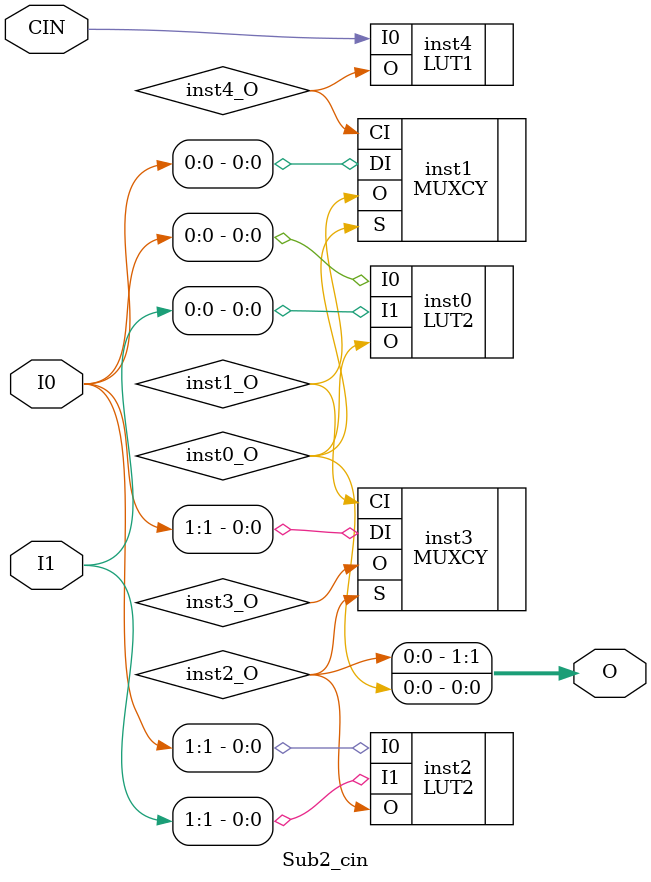
<source format=v>
module Sub2_cin (input [1:0] I0, input [1:0] I1, input  CIN, output [1:0] O);
wire  inst0_O;
wire  inst1_O;
wire  inst2_O;
wire  inst3_O;
wire  inst4_O;
LUT2 #(.INIT(4'h9)) inst0 (.I0(I0[0]), .I1(I1[0]), .O(inst0_O));
MUXCY inst1 (.DI(I0[0]), .CI(inst4_O), .S(inst0_O), .O(inst1_O));
LUT2 #(.INIT(4'h9)) inst2 (.I0(I0[1]), .I1(I1[1]), .O(inst2_O));
MUXCY inst3 (.DI(I0[1]), .CI(inst1_O), .S(inst2_O), .O(inst3_O));
LUT1 #(.INIT(2'h1)) inst4 (.I0(CIN), .O(inst4_O));
assign O = {inst2_O,inst0_O};
endmodule


</source>
